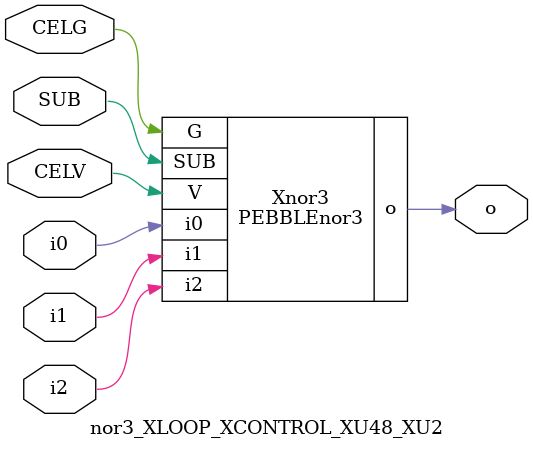
<source format=v>



module PEBBLEnor3 ( o, G, SUB, V, i0, i1, i2 );

  input i0;
  input V;
  input i2;
  input i1;
  input G;
  output o;
  input SUB;
endmodule

//Celera Confidential Do Not Copy nor3_XLOOP_XCONTROL_XU48_XU2
//Celera Confidential Symbol Generator
//NOR3
module nor3_XLOOP_XCONTROL_XU48_XU2 (CELV,CELG,i0,i1,i2,o,SUB);
input CELV;
input CELG;
input i0;
input i1;
input i2;
input SUB;
output o;

//Celera Confidential Do Not Copy nor3
PEBBLEnor3 Xnor3(
.V (CELV),
.i0 (i0),
.i1 (i1),
.i2 (i2),
.o (o),
.SUB (SUB),
.G (CELG)
);
//,diesize,PEBBLEnor3

//Celera Confidential Do Not Copy Module End
//Celera Schematic Generator
endmodule

</source>
